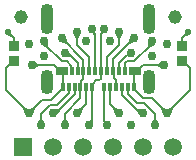
<source format=gbr>
%TF.GenerationSoftware,Altium Limited,Altium Designer,21.3.2 (30)*%
G04 Layer_Physical_Order=1*
G04 Layer_Color=255*
%FSLAX44Y44*%
%MOMM*%
%TF.SameCoordinates,675AFF39-0D07-4396-8A84-043E8CC343DD*%
%TF.FilePolarity,Positive*%
%TF.FileFunction,Copper,L1,Top,Signal*%
%TF.Part,Single*%
G01*
G75*
%TA.AperFunction,SMDPad,CuDef*%
%ADD10R,0.9500X0.8500*%
%TA.AperFunction,ConnectorPad*%
%ADD11R,0.3000X0.7000*%
%ADD12R,1.0000X0.7000*%
%TA.AperFunction,Conductor*%
%ADD13C,0.2032*%
%TA.AperFunction,WasherPad*%
%ADD14C,1.1520*%
%TA.AperFunction,ComponentPad*%
%ADD15R,1.5000X1.5000*%
%ADD16C,1.5000*%
%ADD17O,1.1000X2.6000*%
%ADD18O,1.1000X2.1000*%
%TA.AperFunction,ViaPad*%
%ADD19C,0.7620*%
%ADD20C,0.5588*%
G36*
X-61915Y-66189D02*
X-61674Y-66406D01*
X-61410Y-66600D01*
X-61123Y-66770D01*
X-60812Y-66918D01*
X-60478Y-67041D01*
X-60121Y-67142D01*
X-59740Y-67219D01*
X-59336Y-67273D01*
X-58909Y-67303D01*
X-58458Y-67310D01*
X-62230Y-71082D01*
X-62237Y-70631D01*
X-62267Y-70204D01*
X-62321Y-69800D01*
X-62398Y-69419D01*
X-62499Y-69062D01*
X-62622Y-68728D01*
X-62770Y-68417D01*
X-62940Y-68130D01*
X-63134Y-67866D01*
X-63351Y-67625D01*
X-61915Y-66189D01*
D02*
G37*
G36*
X-53489Y-67625D02*
X-53706Y-67866D01*
X-53900Y-68130D01*
X-54070Y-68417D01*
X-54218Y-68728D01*
X-54341Y-69062D01*
X-54442Y-69419D01*
X-54519Y-69800D01*
X-54573Y-70204D01*
X-54603Y-70631D01*
X-54610Y-71082D01*
X-58382Y-67310D01*
X-57931Y-67303D01*
X-57504Y-67273D01*
X-57100Y-67219D01*
X-56719Y-67142D01*
X-56362Y-67041D01*
X-56028Y-66918D01*
X-55717Y-66770D01*
X-55430Y-66600D01*
X-55166Y-66406D01*
X-54925Y-66189D01*
X-53489Y-67625D01*
D02*
G37*
G36*
X-47244Y-75322D02*
X-47228Y-75646D01*
X-47178Y-75970D01*
X-47095Y-76293D01*
X-46980Y-76617D01*
X-46831Y-76941D01*
X-46650Y-77264D01*
X-46435Y-77588D01*
X-46187Y-77912D01*
X-45907Y-78236D01*
X-45593Y-78559D01*
X-50927D01*
X-50613Y-78236D01*
X-50333Y-77912D01*
X-50085Y-77588D01*
X-49870Y-77264D01*
X-49689Y-76941D01*
X-49540Y-76617D01*
X-49425Y-76293D01*
X-49342Y-75970D01*
X-49292Y-75646D01*
X-49276Y-75322D01*
X-47244D01*
D02*
G37*
G36*
X-26924D02*
X-26907Y-75646D01*
X-26858Y-75970D01*
X-26775Y-76293D01*
X-26660Y-76617D01*
X-26511Y-76941D01*
X-26330Y-77264D01*
X-26115Y-77588D01*
X-25867Y-77912D01*
X-25587Y-78236D01*
X-25273Y-78559D01*
X-30607D01*
X-30293Y-78236D01*
X-30013Y-77912D01*
X-29765Y-77588D01*
X-29550Y-77264D01*
X-29369Y-76941D01*
X-29220Y-76617D01*
X-29105Y-76293D01*
X-29022Y-75970D01*
X-28972Y-75646D01*
X-28956Y-75322D01*
X-26924D01*
D02*
G37*
G36*
X-32182Y-68927D02*
X-32460Y-69218D01*
X-32992Y-69854D01*
X-33247Y-70200D01*
X-33733Y-70946D01*
X-33965Y-71346D01*
X-34614Y-72657D01*
X-36447Y-67687D01*
X-36097Y-67837D01*
X-35757Y-67944D01*
X-35427Y-68009D01*
X-35107Y-68031D01*
X-34797Y-68010D01*
X-34497Y-67947D01*
X-34207Y-67842D01*
X-33927Y-67693D01*
X-33657Y-67502D01*
X-33398Y-67269D01*
X-32182Y-68927D01*
D02*
G37*
G36*
X-12849Y-67625D02*
X-13066Y-67866D01*
X-13260Y-68130D01*
X-13430Y-68417D01*
X-13578Y-68728D01*
X-13701Y-69062D01*
X-13802Y-69419D01*
X-13879Y-69800D01*
X-13933Y-70204D01*
X-13963Y-70631D01*
X-13970Y-71082D01*
X-17742Y-67310D01*
X-17291Y-67303D01*
X-16864Y-67273D01*
X-16460Y-67219D01*
X-16079Y-67142D01*
X-15722Y-67041D01*
X-15388Y-66918D01*
X-15077Y-66770D01*
X-14790Y-66600D01*
X-14526Y-66406D01*
X-14285Y-66189D01*
X-12849Y-67625D01*
D02*
G37*
G36*
X-49922Y-31496D02*
X-50246Y-31512D01*
X-50570Y-31562D01*
X-50893Y-31645D01*
X-51217Y-31760D01*
X-51541Y-31909D01*
X-51864Y-32090D01*
X-52188Y-32305D01*
X-52512Y-32553D01*
X-52835Y-32833D01*
X-53159Y-33147D01*
Y-27813D01*
X-52835Y-28127D01*
X-52512Y-28407D01*
X-52188Y-28655D01*
X-51864Y-28870D01*
X-51541Y-29051D01*
X-51217Y-29200D01*
X-50893Y-29315D01*
X-50570Y-29398D01*
X-50246Y-29448D01*
X-49922Y-29464D01*
Y-31496D01*
D02*
G37*
G36*
X-73893Y-6284D02*
X-74089Y-6101D01*
X-74292Y-5938D01*
X-74502Y-5794D01*
X-74720Y-5670D01*
X-74944Y-5565D01*
X-75176Y-5480D01*
X-75414Y-5414D01*
X-75660Y-5368D01*
X-75912Y-5341D01*
X-76172Y-5334D01*
X-73406Y-2568D01*
X-73399Y-2828D01*
X-73372Y-3080D01*
X-73326Y-3326D01*
X-73260Y-3564D01*
X-73175Y-3796D01*
X-73070Y-4020D01*
X-72946Y-4238D01*
X-72802Y-4448D01*
X-72639Y-4651D01*
X-72456Y-4847D01*
X-73893Y-6284D01*
D02*
G37*
G36*
X-43376Y-16020D02*
X-43654Y-15756D01*
X-44278Y-15248D01*
X-44623Y-15005D01*
X-45378Y-14539D01*
X-45789Y-14316D01*
X-47155Y-13690D01*
X-42220Y-11665D01*
X-42358Y-12028D01*
X-42455Y-12379D01*
X-42510Y-12719D01*
X-42525Y-13047D01*
X-42499Y-13364D01*
X-42431Y-13669D01*
X-42322Y-13962D01*
X-42173Y-14244D01*
X-41982Y-14514D01*
X-41750Y-14772D01*
X-43376Y-16020D01*
D02*
G37*
G36*
X-23386Y-24363D02*
X-23644Y-24132D01*
X-23914Y-23940D01*
X-24197Y-23790D01*
X-24492Y-23679D01*
X-24800Y-23608D01*
X-25120Y-23578D01*
X-25453Y-23588D01*
X-25798Y-23638D01*
X-26156Y-23728D01*
X-26527Y-23858D01*
X-24374Y-18978D01*
X-24190Y-19451D01*
X-23455Y-21040D01*
X-23271Y-21360D01*
X-22903Y-21911D01*
X-22719Y-22141D01*
X-22535Y-22340D01*
X-23386Y-24363D01*
D02*
G37*
G36*
X-26985Y-12551D02*
X-27226Y-12334D01*
X-27490Y-12140D01*
X-27777Y-11970D01*
X-28088Y-11823D01*
X-28422Y-11699D01*
X-28779Y-11598D01*
X-29160Y-11521D01*
X-29564Y-11467D01*
X-29991Y-11437D01*
X-30442Y-11430D01*
X-26670Y-7658D01*
X-26663Y-8109D01*
X-26633Y-8536D01*
X-26579Y-8940D01*
X-26502Y-9321D01*
X-26401Y-9678D01*
X-26277Y-10012D01*
X-26130Y-10323D01*
X-25960Y-10610D01*
X-25766Y-10874D01*
X-25549Y-11115D01*
X-26985Y-12551D01*
D02*
G37*
G36*
X-18796Y-8498D02*
X-18813Y-8174D01*
X-18862Y-7850D01*
X-18945Y-7527D01*
X-19060Y-7203D01*
X-19209Y-6879D01*
X-19390Y-6556D01*
X-19605Y-6232D01*
X-19853Y-5908D01*
X-20133Y-5584D01*
X-20447Y-5261D01*
X-15113D01*
X-15427Y-5584D01*
X-15707Y-5908D01*
X-15955Y-6232D01*
X-16170Y-6556D01*
X-16351Y-6879D01*
X-16500Y-7203D01*
X-16615Y-7527D01*
X-16698Y-7850D01*
X-16747Y-8174D01*
X-16764Y-8498D01*
X-18796D01*
D02*
G37*
G36*
X-4082Y-77666D02*
X-4238Y-77832D01*
X-4369Y-77991D01*
X-4476Y-78144D01*
X-4558Y-78291D01*
X-4616Y-78432D01*
X-4649Y-78567D01*
X-4657Y-78696D01*
X-4640Y-78818D01*
X-4600Y-78935D01*
X-4534Y-79046D01*
X-7400Y-77476D01*
X-7273Y-77470D01*
X-7133Y-77438D01*
X-6979Y-77379D01*
X-6811Y-77294D01*
X-6630Y-77182D01*
X-6435Y-77044D01*
X-6004Y-76690D01*
X-5768Y-76473D01*
X-5519Y-76230D01*
X-4082Y-77666D01*
D02*
G37*
G36*
X14285Y-66189D02*
X14526Y-66406D01*
X14790Y-66600D01*
X15077Y-66770D01*
X15388Y-66918D01*
X15722Y-67041D01*
X16079Y-67142D01*
X16460Y-67219D01*
X16864Y-67273D01*
X17291Y-67303D01*
X17742Y-67310D01*
X13970Y-71082D01*
X13963Y-70631D01*
X13933Y-70204D01*
X13879Y-69800D01*
X13802Y-69419D01*
X13701Y-69062D01*
X13578Y-68728D01*
X13430Y-68417D01*
X13260Y-68130D01*
X13066Y-67866D01*
X12849Y-67625D01*
X14285Y-66189D01*
D02*
G37*
G36*
X33432Y-67222D02*
X33692Y-67455D01*
X33961Y-67646D01*
X34242Y-67794D01*
X34533Y-67901D01*
X34835Y-67966D01*
X35148Y-67989D01*
X35471Y-67969D01*
X35805Y-67908D01*
X36150Y-67805D01*
X36505Y-67660D01*
X34598Y-72621D01*
X34391Y-72155D01*
X33726Y-70878D01*
X33490Y-70493D01*
X32997Y-69782D01*
X32740Y-69457D01*
X32204Y-68867D01*
X33432Y-67222D01*
D02*
G37*
G36*
X-3019Y-5010D02*
X-3262Y-4773D01*
X-3902Y-4216D01*
X-4087Y-4082D01*
X-4256Y-3973D01*
X-4411Y-3891D01*
X-4551Y-3834D01*
X-4676Y-3804D01*
X-4787Y-3799D01*
X-2037Y-2293D01*
X-2097Y-2391D01*
X-2133Y-2495D01*
X-2145Y-2606D01*
X-2135Y-2724D01*
X-2101Y-2848D01*
X-2043Y-2980D01*
X-1963Y-3118D01*
X-1859Y-3263D01*
X-1732Y-3415D01*
X-1582Y-3573D01*
X-3019Y-5010D01*
D02*
G37*
G36*
X16764Y-8498D02*
X16747Y-8174D01*
X16698Y-7850D01*
X16615Y-7527D01*
X16500Y-7203D01*
X16351Y-6879D01*
X16170Y-6556D01*
X15955Y-6232D01*
X15707Y-5908D01*
X15427Y-5584D01*
X15113Y-5261D01*
X20447D01*
X20133Y-5584D01*
X19853Y-5908D01*
X19605Y-6232D01*
X19390Y-6556D01*
X19209Y-6879D01*
X19060Y-7203D01*
X18945Y-7527D01*
X18862Y-7850D01*
X18813Y-8174D01*
X18796Y-8498D01*
X16764D01*
D02*
G37*
G36*
X25549Y-11115D02*
X25766Y-10874D01*
X25960Y-10610D01*
X26130Y-10323D01*
X26277Y-10012D01*
X26401Y-9678D01*
X26502Y-9321D01*
X26579Y-8940D01*
X26633Y-8536D01*
X26663Y-8109D01*
X26670Y-7658D01*
X30442Y-11430D01*
X29991Y-11437D01*
X29564Y-11467D01*
X29160Y-11521D01*
X28779Y-11598D01*
X28422Y-11699D01*
X28088Y-11823D01*
X27777Y-11970D01*
X27490Y-12140D01*
X27226Y-12334D01*
X26985Y-12551D01*
X25549Y-11115D01*
D02*
G37*
G36*
X49276Y-75322D02*
X49292Y-75646D01*
X49342Y-75970D01*
X49425Y-76293D01*
X49540Y-76617D01*
X49689Y-76941D01*
X49870Y-77264D01*
X50085Y-77588D01*
X50333Y-77912D01*
X50613Y-78236D01*
X50927Y-78559D01*
X45593D01*
X45907Y-78236D01*
X46187Y-77912D01*
X46435Y-77588D01*
X46650Y-77264D01*
X46831Y-76941D01*
X46980Y-76617D01*
X47095Y-76293D01*
X47178Y-75970D01*
X47228Y-75646D01*
X47244Y-75322D01*
X49276D01*
D02*
G37*
G36*
X54925Y-66189D02*
X55166Y-66406D01*
X55430Y-66600D01*
X55717Y-66770D01*
X56028Y-66918D01*
X56362Y-67041D01*
X56719Y-67142D01*
X57100Y-67219D01*
X57504Y-67273D01*
X57931Y-67303D01*
X58382Y-67310D01*
X54610Y-71082D01*
X54603Y-70631D01*
X54573Y-70204D01*
X54519Y-69800D01*
X54442Y-69419D01*
X54341Y-69062D01*
X54218Y-68728D01*
X54070Y-68417D01*
X53900Y-68130D01*
X53706Y-67866D01*
X53489Y-67625D01*
X54925Y-66189D01*
D02*
G37*
G36*
X63351Y-67625D02*
X63134Y-67866D01*
X62940Y-68130D01*
X62770Y-68417D01*
X62622Y-68728D01*
X62499Y-69062D01*
X62398Y-69419D01*
X62321Y-69800D01*
X62267Y-70204D01*
X62237Y-70631D01*
X62230Y-71082D01*
X58458Y-67310D01*
X58909Y-67303D01*
X59336Y-67273D01*
X59740Y-67219D01*
X60121Y-67142D01*
X60478Y-67041D01*
X60812Y-66918D01*
X61123Y-66770D01*
X61410Y-66600D01*
X61674Y-66406D01*
X61915Y-66189D01*
X63351Y-67625D01*
D02*
G37*
G36*
X49922Y-29464D02*
X50246Y-29448D01*
X50570Y-29398D01*
X50893Y-29315D01*
X51217Y-29200D01*
X51541Y-29051D01*
X51864Y-28870D01*
X52188Y-28655D01*
X52512Y-28407D01*
X52835Y-28127D01*
X53159Y-27813D01*
Y-33147D01*
X52835Y-32833D01*
X52512Y-32553D01*
X52188Y-32305D01*
X51864Y-32090D01*
X51541Y-31909D01*
X51217Y-31760D01*
X50893Y-31645D01*
X50570Y-31562D01*
X50246Y-31512D01*
X49922Y-31496D01*
Y-29464D01*
D02*
G37*
G36*
X41750Y-14772D02*
X41982Y-14514D01*
X42173Y-14244D01*
X42322Y-13962D01*
X42431Y-13669D01*
X42499Y-13364D01*
X42525Y-13047D01*
X42510Y-12719D01*
X42455Y-12379D01*
X42358Y-12028D01*
X42220Y-11665D01*
X47155Y-13690D01*
X46677Y-13892D01*
X45378Y-14539D01*
X44990Y-14768D01*
X44278Y-15248D01*
X43955Y-15498D01*
X43376Y-16020D01*
X41750Y-14772D01*
D02*
G37*
G36*
X72456Y-4847D02*
X72639Y-4651D01*
X72802Y-4448D01*
X72946Y-4238D01*
X73070Y-4020D01*
X73175Y-3796D01*
X73260Y-3564D01*
X73326Y-3326D01*
X73372Y-3080D01*
X73399Y-2828D01*
X73406Y-2568D01*
X76172Y-5334D01*
X75912Y-5341D01*
X75660Y-5368D01*
X75414Y-5414D01*
X75176Y-5480D01*
X74944Y-5565D01*
X74720Y-5670D01*
X74502Y-5794D01*
X74292Y-5938D01*
X74089Y-6101D01*
X73893Y-6284D01*
X72456Y-4847D01*
D02*
G37*
D10*
X71120Y-26820D02*
D03*
Y-13820D02*
D03*
X-71120Y-26820D02*
D03*
Y-13820D02*
D03*
D11*
X12700Y-35560D02*
D03*
X7700D02*
D03*
X-7300D02*
D03*
X-12300D02*
D03*
X-4800Y-48560D02*
D03*
X-29800D02*
D03*
X-24800D02*
D03*
X-19800D02*
D03*
X-14800D02*
D03*
X-9800D02*
D03*
X30200D02*
D03*
X5200D02*
D03*
X10200D02*
D03*
X15200D02*
D03*
X20200D02*
D03*
X25200D02*
D03*
X22700Y-35560D02*
D03*
X17700D02*
D03*
X2700D02*
D03*
X-2300D02*
D03*
X-17300D02*
D03*
X-22300D02*
D03*
D12*
X31200D02*
D03*
X-30800Y-35460D02*
D03*
D13*
X71620Y-26820D02*
X77794Y-32994D01*
X30200Y-50560D02*
X38171Y-58531D01*
X58420Y-71120D02*
X77794Y-51746D01*
X38171Y-58531D02*
X45831D01*
X48260Y-81280D02*
Y-71581D01*
X20200Y-55426D02*
Y-48560D01*
X37031Y-70051D02*
X38100Y-71120D01*
X20200Y-55426D02*
X34825Y-70051D01*
X39274Y-62596D02*
X48260Y-71581D01*
X33117Y-62596D02*
X39274D01*
X25200Y-54679D02*
X33117Y-62596D01*
X10200Y-63540D02*
Y-48560D01*
Y-63540D02*
X17780Y-71120D01*
X5200Y-77348D02*
X7620Y-79768D01*
X5200Y-77348D02*
Y-48560D01*
X7620Y-81280D02*
Y-79768D01*
X-7620Y-81280D02*
Y-79768D01*
X-4800Y-76948D01*
Y-48560D01*
X-17780Y-71120D02*
X-9800Y-63140D01*
X-14800Y-58441D02*
Y-48560D01*
X-27940Y-81280D02*
Y-71581D01*
X-14800Y-58441D01*
X-37031Y-70051D02*
X-34742D01*
X-19800Y-55108D01*
Y-48560D01*
X-40883Y-64204D02*
X-34725D01*
X-48260Y-81280D02*
Y-71581D01*
X-40883Y-64204D01*
X-58420Y-71120D02*
X-47440Y-60140D01*
X-39380D01*
X45831Y-58531D02*
X58420Y-71120D01*
X71492Y-13448D02*
Y-7248D01*
X71120Y-13820D02*
X71492Y-13448D01*
Y-7248D02*
X76200Y-2540D01*
X-71492Y-13448D02*
X-71120Y-13820D01*
X-71492Y-13448D02*
Y-7248D01*
X-76200Y-2540D02*
X-71492Y-7248D01*
X-77794Y-32994D02*
X-71620Y-26820D01*
X-77794Y-51746D02*
X-58420Y-71120D01*
X77794Y-51746D02*
Y-32994D01*
X71120Y-26820D02*
X71620D01*
X-77794Y-51746D02*
Y-32994D01*
X-71620Y-26820D02*
X-71120D01*
X-9800Y-63140D02*
Y-48560D01*
X-7300Y-35560D02*
Y-23958D01*
X-26871Y-21389D02*
X-24923D01*
X-17300Y-35560D02*
Y-29012D01*
X-30480Y-7620D02*
X-12300Y-25800D01*
X-24923Y-21389D02*
X-17300Y-29012D01*
X-12300Y-37560D02*
Y-25800D01*
X-27940Y-20320D02*
X-26871Y-21389D01*
X-30781Y-27178D02*
X-26631D01*
X-22784Y-35076D02*
Y-31024D01*
X-26631Y-27178D02*
X-22784Y-31024D01*
X-45720Y-10160D02*
X-44651Y-11229D01*
X-22784Y-35076D02*
X-22300Y-35560D01*
X-44651Y-13308D02*
X-30781Y-27178D01*
X-44651Y-13308D02*
Y-11229D01*
X22700Y-29012D02*
X24534Y-27178D01*
X30781D01*
X44651Y-11229D02*
X45720Y-10160D01*
X30781Y-27178D02*
X44651Y-13308D01*
X-39380Y-60140D02*
X-30284Y-51044D01*
X44651Y-13308D02*
Y-11229D01*
X30200Y-50560D02*
Y-38044D01*
X-17780Y-13478D02*
Y-2540D01*
Y-13478D02*
X-7300Y-23958D01*
X2700Y-41990D02*
Y-3892D01*
X-4316Y-46076D02*
X-1666Y-43426D01*
X-4800Y-48560D02*
X-4316Y-48076D01*
X-30284Y-49044D02*
X-29800Y-48560D01*
Y-37944D01*
X34825Y-70051D02*
X37031D01*
X-38100Y-71120D02*
X-37031Y-70051D01*
X-34725Y-64204D02*
X-24800Y-54279D01*
X-30284Y-51044D02*
Y-49044D01*
X-4316Y-48076D02*
Y-46076D01*
X-1666Y-43426D02*
X1263D01*
X2700Y-41990D01*
X-14316Y-48076D02*
Y-43640D01*
X-12784Y-42108D02*
Y-38044D01*
X-12300Y-37560D01*
X-14316Y-43640D02*
X-12784Y-42108D01*
X13184Y-41124D02*
X15200Y-43140D01*
X13184Y-41124D02*
Y-36044D01*
X22700Y-35560D02*
Y-29012D01*
X12700Y-25400D02*
X30480Y-7620D01*
X17700Y-28264D02*
X24343Y-21622D01*
X25556D01*
X17700Y-35560D02*
Y-28264D01*
X12700Y-35560D02*
X13184Y-36044D01*
X-14800Y-48560D02*
X-14316Y-48076D01*
X15200Y-48560D02*
Y-43140D01*
X25200Y-54679D02*
Y-48560D01*
X-24800Y-54279D02*
Y-48560D01*
X37780Y-30480D02*
X55880D01*
X32700Y-35560D02*
X37780Y-30480D01*
X-5080Y-1512D02*
Y0D01*
X-2300Y-35560D02*
Y-4292D01*
X7700Y-35560D02*
Y-23758D01*
X2700Y-3892D02*
X5080Y-1512D01*
X-32300Y-35460D02*
X-30800D01*
X-31284Y-36460D02*
X-29800Y-37944D01*
X-37280Y-30480D02*
X-32300Y-35460D01*
X-55880Y-30480D02*
X-37280D01*
X5080Y-1512D02*
Y0D01*
X30200Y-38044D02*
X31685Y-36560D01*
X17780Y-13678D02*
Y-2540D01*
X7700Y-23758D02*
X17780Y-13678D01*
X12700Y-35560D02*
Y-25400D01*
X-5080Y-1512D02*
X-2300Y-4292D01*
D14*
X65000Y10000D02*
D03*
X-65000D02*
D03*
D15*
X-63500Y-100000D02*
D03*
D16*
X-38100D02*
D03*
X-12700D02*
D03*
X12700D02*
D03*
X38100D02*
D03*
X63500D02*
D03*
D17*
X43600Y9040D02*
D03*
X-42800D02*
D03*
D18*
X43400Y-44460D02*
D03*
X-43000D02*
D03*
D19*
X58420Y-71120D02*
D03*
X48260Y-81280D02*
D03*
X38100Y-71120D02*
D03*
X27940Y-81280D02*
D03*
X17780Y-71120D02*
D03*
X7620Y-81280D02*
D03*
X-7620D02*
D03*
X-17780Y-71120D02*
D03*
X-27940Y-81280D02*
D03*
X-38100Y-71120D02*
D03*
X-48260Y-81280D02*
D03*
X-58420Y-71120D02*
D03*
X10160Y-10160D02*
D03*
X17780Y-2540D02*
D03*
X-17780D02*
D03*
X-5080Y0D02*
D03*
X5080D02*
D03*
X-10160Y-10160D02*
D03*
X45720Y-22860D02*
D03*
X-27940Y-20320D02*
D03*
X27940D02*
D03*
X-45720Y-10160D02*
D03*
X45720D02*
D03*
X30480Y-7620D02*
D03*
X-55880Y-30480D02*
D03*
X-45720Y-22860D02*
D03*
X55880Y-30480D02*
D03*
X-30480Y-7620D02*
D03*
X-58420Y-12700D02*
D03*
X58420D02*
D03*
D20*
X76200Y-2540D02*
D03*
X-76200D02*
D03*
%TF.MD5,75aa4ce68188a3a0b446bfbeb415de63*%
M02*

</source>
